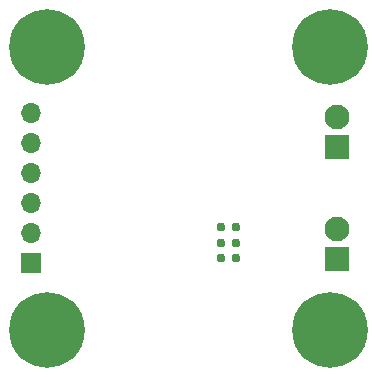
<source format=gbr>
%TF.GenerationSoftware,KiCad,Pcbnew,7.0.2-0*%
%TF.CreationDate,2023-05-15T10:38:26-07:00*%
%TF.ProjectId,RagGuard_V2,52616747-7561-4726-945f-56322e6b6963,rev?*%
%TF.SameCoordinates,Original*%
%TF.FileFunction,Soldermask,Bot*%
%TF.FilePolarity,Negative*%
%FSLAX46Y46*%
G04 Gerber Fmt 4.6, Leading zero omitted, Abs format (unit mm)*
G04 Created by KiCad (PCBNEW 7.0.2-0) date 2023-05-15 10:38:26*
%MOMM*%
%LPD*%
G01*
G04 APERTURE LIST*
%ADD10C,3.600000*%
%ADD11C,6.400000*%
%ADD12C,0.770000*%
%ADD13R,2.100000X2.100000*%
%ADD14C,2.100000*%
%ADD15R,1.700000X1.700000*%
%ADD16O,1.700000X1.700000*%
G04 APERTURE END LIST*
D10*
%TO.C,H2*%
X186000000Y-126000000D03*
D11*
X186000000Y-126000000D03*
%TD*%
D10*
%TO.C,H4*%
X210000000Y-126000000D03*
D11*
X210000000Y-126000000D03*
%TD*%
D10*
%TO.C,H1*%
X186000000Y-102000000D03*
D11*
X186000000Y-102000000D03*
%TD*%
D12*
%TO.C,U3*%
X200760000Y-117280000D03*
X200760000Y-118580000D03*
X200760000Y-119880000D03*
X202060000Y-117280000D03*
X202060000Y-118580000D03*
X202060000Y-119880000D03*
%TD*%
D13*
%TO.C,J1*%
X210566000Y-110490000D03*
D14*
X210566000Y-107950000D03*
%TD*%
D13*
%TO.C,J2*%
X210566000Y-120000000D03*
D14*
X210566000Y-117460000D03*
%TD*%
D10*
%TO.C,H3*%
X210000000Y-102000000D03*
D11*
X210000000Y-102000000D03*
%TD*%
D15*
%TO.C,J4*%
X184625000Y-120350000D03*
D16*
X184625000Y-117810000D03*
X184625000Y-115270000D03*
X184625000Y-112730000D03*
X184625000Y-110190000D03*
X184625000Y-107650000D03*
%TD*%
M02*

</source>
